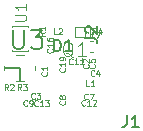
<source format=gbr>
G04 #@! TF.GenerationSoftware,KiCad,Pcbnew,(5.1.0)-1*
G04 #@! TF.CreationDate,2019-04-30T21:20:52-07:00*
G04 #@! TF.ProjectId,Miniscope-v4-PYTHON480,4d696e69-7363-46f7-9065-2d76342d5059,rev?*
G04 #@! TF.SameCoordinates,Original*
G04 #@! TF.FileFunction,Legend,Top*
G04 #@! TF.FilePolarity,Positive*
%FSLAX46Y46*%
G04 Gerber Fmt 4.6, Leading zero omitted, Abs format (unit mm)*
G04 Created by KiCad (PCBNEW (5.1.0)-1) date 2019-04-30 21:20:52*
%MOMM*%
%LPD*%
G04 APERTURE LIST*
%ADD10C,0.100000*%
%ADD11C,0.120000*%
%ADD12C,0.150000*%
%ADD13C,0.050000*%
%ADD14C,0.160000*%
%ADD15C,0.090000*%
G04 APERTURE END LIST*
D10*
X40656800Y-25092600D02*
G75*
G03X40656800Y-25092600I-50000J0D01*
G01*
D11*
X40543200Y-24652600D02*
X41843200Y-24652600D01*
X40543200Y-25532600D02*
X40543200Y-24652600D01*
X41843200Y-25532600D02*
X40543200Y-25532600D01*
X41843200Y-24652600D02*
X41843200Y-25532600D01*
D10*
X41804800Y-25831800D02*
X42054800Y-25831800D01*
X41804800Y-26791800D02*
X42054800Y-26791800D01*
X34554600Y-28270200D02*
X34554600Y-27960200D01*
X37214600Y-28270200D02*
X37214600Y-27960200D01*
X35529600Y-29195200D02*
X36239600Y-29195200D01*
X36239600Y-27035200D02*
X35529600Y-27035200D01*
D12*
X34609600Y-28115200D02*
X35884600Y-28115200D01*
X35884600Y-28115200D02*
X35884600Y-29165200D01*
D10*
X36610000Y-24656000D02*
X36610000Y-24546000D01*
X36610000Y-24546000D02*
X35210000Y-24546000D01*
X35210000Y-24546000D02*
X35210000Y-24656000D01*
X36610000Y-26596000D02*
X36610000Y-26706000D01*
X36610000Y-26706000D02*
X35210000Y-26706000D01*
X35210000Y-26706000D02*
X35210000Y-26596000D01*
D12*
X41435980Y-25583333D02*
X42150266Y-25583333D01*
X42293123Y-25630952D01*
X42388361Y-25726190D01*
X42435980Y-25869047D01*
X42435980Y-25964285D01*
X41531219Y-25154761D02*
X41483600Y-25107142D01*
X41435980Y-25011904D01*
X41435980Y-24773809D01*
X41483600Y-24678571D01*
X41531219Y-24630952D01*
X41626457Y-24583333D01*
X41721695Y-24583333D01*
X41864552Y-24630952D01*
X42435980Y-25202380D01*
X42435980Y-24583333D01*
D13*
X42379866Y-25217190D02*
X42213200Y-24979095D01*
X42094152Y-25217190D02*
X42094152Y-24717190D01*
X42284628Y-24717190D01*
X42332247Y-24741000D01*
X42356057Y-24764809D01*
X42379866Y-24812428D01*
X42379866Y-24883857D01*
X42356057Y-24931476D01*
X42332247Y-24955285D01*
X42284628Y-24979095D01*
X42094152Y-24979095D01*
X42808438Y-24883857D02*
X42808438Y-25217190D01*
X42689390Y-24693380D02*
X42570342Y-25050523D01*
X42879866Y-25050523D01*
X36029866Y-29992390D02*
X35863200Y-29754295D01*
X35744152Y-29992390D02*
X35744152Y-29492390D01*
X35934628Y-29492390D01*
X35982247Y-29516200D01*
X36006057Y-29540009D01*
X36029866Y-29587628D01*
X36029866Y-29659057D01*
X36006057Y-29706676D01*
X35982247Y-29730485D01*
X35934628Y-29754295D01*
X35744152Y-29754295D01*
X36196533Y-29492390D02*
X36506057Y-29492390D01*
X36339390Y-29682866D01*
X36410819Y-29682866D01*
X36458438Y-29706676D01*
X36482247Y-29730485D01*
X36506057Y-29778104D01*
X36506057Y-29897152D01*
X36482247Y-29944771D01*
X36458438Y-29968580D01*
X36410819Y-29992390D01*
X36267961Y-29992390D01*
X36220342Y-29968580D01*
X36196533Y-29944771D01*
X34886866Y-29992390D02*
X34720200Y-29754295D01*
X34601152Y-29992390D02*
X34601152Y-29492390D01*
X34791628Y-29492390D01*
X34839247Y-29516200D01*
X34863057Y-29540009D01*
X34886866Y-29587628D01*
X34886866Y-29659057D01*
X34863057Y-29706676D01*
X34839247Y-29730485D01*
X34791628Y-29754295D01*
X34601152Y-29754295D01*
X35077342Y-29540009D02*
X35101152Y-29516200D01*
X35148771Y-29492390D01*
X35267819Y-29492390D01*
X35315438Y-29516200D01*
X35339247Y-29540009D01*
X35363057Y-29587628D01*
X35363057Y-29635247D01*
X35339247Y-29706676D01*
X35053533Y-29992390D01*
X35363057Y-29992390D01*
X37990390Y-25085533D02*
X37752295Y-25252200D01*
X37990390Y-25371247D02*
X37490390Y-25371247D01*
X37490390Y-25180771D01*
X37514200Y-25133152D01*
X37538009Y-25109342D01*
X37585628Y-25085533D01*
X37657057Y-25085533D01*
X37704676Y-25109342D01*
X37728485Y-25133152D01*
X37752295Y-25180771D01*
X37752295Y-25371247D01*
X37990390Y-24609342D02*
X37990390Y-24895057D01*
X37990390Y-24752200D02*
X37490390Y-24752200D01*
X37561819Y-24799819D01*
X37609438Y-24847438D01*
X37633247Y-24895057D01*
D12*
X38778704Y-26714980D02*
X38778704Y-25714980D01*
X39016800Y-25714980D01*
X39159657Y-25762600D01*
X39254895Y-25857838D01*
X39302514Y-25953076D01*
X39350133Y-26143552D01*
X39350133Y-26286409D01*
X39302514Y-26476885D01*
X39254895Y-26572123D01*
X39159657Y-26667361D01*
X39016800Y-26714980D01*
X38778704Y-26714980D01*
X40302514Y-26714980D02*
X39731085Y-26714980D01*
X40016800Y-26714980D02*
X40016800Y-25714980D01*
X39921561Y-25857838D01*
X39826323Y-25953076D01*
X39731085Y-26000695D01*
D11*
X40403914Y-27224742D02*
X40289628Y-27167600D01*
X40175342Y-27053314D01*
X40003914Y-26881885D01*
X39889628Y-26824742D01*
X39775342Y-26824742D01*
X39832485Y-27110457D02*
X39718200Y-27053314D01*
X39603914Y-26939028D01*
X39546771Y-26710457D01*
X39546771Y-26310457D01*
X39603914Y-26081885D01*
X39718200Y-25967600D01*
X39832485Y-25910457D01*
X40061057Y-25910457D01*
X40175342Y-25967600D01*
X40289628Y-26081885D01*
X40346771Y-26310457D01*
X40346771Y-26710457D01*
X40289628Y-26939028D01*
X40175342Y-27053314D01*
X40061057Y-27110457D01*
X39832485Y-27110457D01*
X41489628Y-27110457D02*
X40803914Y-27110457D01*
X41146771Y-27110457D02*
X41146771Y-25910457D01*
X41032485Y-26081885D01*
X40918200Y-26196171D01*
X40803914Y-26253314D01*
D13*
X39687571Y-28135828D02*
X39711380Y-28159638D01*
X39735190Y-28231066D01*
X39735190Y-28278685D01*
X39711380Y-28350114D01*
X39663761Y-28397733D01*
X39616142Y-28421542D01*
X39520904Y-28445352D01*
X39449476Y-28445352D01*
X39354238Y-28421542D01*
X39306619Y-28397733D01*
X39259000Y-28350114D01*
X39235190Y-28278685D01*
X39235190Y-28231066D01*
X39259000Y-28159638D01*
X39282809Y-28135828D01*
X39735190Y-27659638D02*
X39735190Y-27945352D01*
X39735190Y-27802495D02*
X39235190Y-27802495D01*
X39306619Y-27850114D01*
X39354238Y-27897733D01*
X39378047Y-27945352D01*
X39735190Y-27421542D02*
X39735190Y-27326304D01*
X39711380Y-27278685D01*
X39687571Y-27254876D01*
X39616142Y-27207257D01*
X39520904Y-27183447D01*
X39330428Y-27183447D01*
X39282809Y-27207257D01*
X39259000Y-27231066D01*
X39235190Y-27278685D01*
X39235190Y-27373923D01*
X39259000Y-27421542D01*
X39282809Y-27445352D01*
X39330428Y-27469161D01*
X39449476Y-27469161D01*
X39497095Y-27445352D01*
X39520904Y-27421542D01*
X39544714Y-27373923D01*
X39544714Y-27278685D01*
X39520904Y-27231066D01*
X39497095Y-27207257D01*
X39449476Y-27183447D01*
X37409571Y-31294971D02*
X37385761Y-31318780D01*
X37314333Y-31342590D01*
X37266714Y-31342590D01*
X37195285Y-31318780D01*
X37147666Y-31271161D01*
X37123857Y-31223542D01*
X37100047Y-31128304D01*
X37100047Y-31056876D01*
X37123857Y-30961638D01*
X37147666Y-30914019D01*
X37195285Y-30866400D01*
X37266714Y-30842590D01*
X37314333Y-30842590D01*
X37385761Y-30866400D01*
X37409571Y-30890209D01*
X37885761Y-31342590D02*
X37600047Y-31342590D01*
X37742904Y-31342590D02*
X37742904Y-30842590D01*
X37695285Y-30914019D01*
X37647666Y-30961638D01*
X37600047Y-30985447D01*
X38052428Y-30842590D02*
X38361952Y-30842590D01*
X38195285Y-31033066D01*
X38266714Y-31033066D01*
X38314333Y-31056876D01*
X38338142Y-31080685D01*
X38361952Y-31128304D01*
X38361952Y-31247352D01*
X38338142Y-31294971D01*
X38314333Y-31318780D01*
X38266714Y-31342590D01*
X38123857Y-31342590D01*
X38076238Y-31318780D01*
X38052428Y-31294971D01*
X41668771Y-27821533D02*
X41692580Y-27845342D01*
X41716390Y-27916771D01*
X41716390Y-27964390D01*
X41692580Y-28035819D01*
X41644961Y-28083438D01*
X41597342Y-28107247D01*
X41502104Y-28131057D01*
X41430676Y-28131057D01*
X41335438Y-28107247D01*
X41287819Y-28083438D01*
X41240200Y-28035819D01*
X41216390Y-27964390D01*
X41216390Y-27916771D01*
X41240200Y-27845342D01*
X41264009Y-27821533D01*
X41264009Y-27631057D02*
X41240200Y-27607247D01*
X41216390Y-27559628D01*
X41216390Y-27440580D01*
X41240200Y-27392961D01*
X41264009Y-27369152D01*
X41311628Y-27345342D01*
X41359247Y-27345342D01*
X41430676Y-27369152D01*
X41716390Y-27654866D01*
X41716390Y-27345342D01*
X37165066Y-30685371D02*
X37141257Y-30709180D01*
X37069828Y-30732990D01*
X37022209Y-30732990D01*
X36950780Y-30709180D01*
X36903161Y-30661561D01*
X36879352Y-30613942D01*
X36855542Y-30518704D01*
X36855542Y-30447276D01*
X36879352Y-30352038D01*
X36903161Y-30304419D01*
X36950780Y-30256800D01*
X37022209Y-30232990D01*
X37069828Y-30232990D01*
X37141257Y-30256800D01*
X37165066Y-30280609D01*
X37331733Y-30232990D02*
X37641257Y-30232990D01*
X37474590Y-30423466D01*
X37546019Y-30423466D01*
X37593638Y-30447276D01*
X37617447Y-30471085D01*
X37641257Y-30518704D01*
X37641257Y-30637752D01*
X37617447Y-30685371D01*
X37593638Y-30709180D01*
X37546019Y-30732990D01*
X37403161Y-30732990D01*
X37355542Y-30709180D01*
X37331733Y-30685371D01*
X42194266Y-28754971D02*
X42170457Y-28778780D01*
X42099028Y-28802590D01*
X42051409Y-28802590D01*
X41979980Y-28778780D01*
X41932361Y-28731161D01*
X41908552Y-28683542D01*
X41884742Y-28588304D01*
X41884742Y-28516876D01*
X41908552Y-28421638D01*
X41932361Y-28374019D01*
X41979980Y-28326400D01*
X42051409Y-28302590D01*
X42099028Y-28302590D01*
X42170457Y-28326400D01*
X42194266Y-28350209D01*
X42622838Y-28469257D02*
X42622838Y-28802590D01*
X42503790Y-28278780D02*
X42384742Y-28635923D01*
X42694266Y-28635923D01*
X41635466Y-30736171D02*
X41611657Y-30759980D01*
X41540228Y-30783790D01*
X41492609Y-30783790D01*
X41421180Y-30759980D01*
X41373561Y-30712361D01*
X41349752Y-30664742D01*
X41325942Y-30569504D01*
X41325942Y-30498076D01*
X41349752Y-30402838D01*
X41373561Y-30355219D01*
X41421180Y-30307600D01*
X41492609Y-30283790D01*
X41540228Y-30283790D01*
X41611657Y-30307600D01*
X41635466Y-30331409D01*
X41802133Y-30283790D02*
X42135466Y-30283790D01*
X41921180Y-30783790D01*
X39687571Y-30920333D02*
X39711380Y-30944142D01*
X39735190Y-31015571D01*
X39735190Y-31063190D01*
X39711380Y-31134619D01*
X39663761Y-31182238D01*
X39616142Y-31206047D01*
X39520904Y-31229857D01*
X39449476Y-31229857D01*
X39354238Y-31206047D01*
X39306619Y-31182238D01*
X39259000Y-31134619D01*
X39235190Y-31063190D01*
X39235190Y-31015571D01*
X39259000Y-30944142D01*
X39282809Y-30920333D01*
X39449476Y-30634619D02*
X39425666Y-30682238D01*
X39401857Y-30706047D01*
X39354238Y-30729857D01*
X39330428Y-30729857D01*
X39282809Y-30706047D01*
X39259000Y-30682238D01*
X39235190Y-30634619D01*
X39235190Y-30539380D01*
X39259000Y-30491761D01*
X39282809Y-30467952D01*
X39330428Y-30444142D01*
X39354238Y-30444142D01*
X39401857Y-30467952D01*
X39425666Y-30491761D01*
X39449476Y-30539380D01*
X39449476Y-30634619D01*
X39473285Y-30682238D01*
X39497095Y-30706047D01*
X39544714Y-30729857D01*
X39639952Y-30729857D01*
X39687571Y-30706047D01*
X39711380Y-30682238D01*
X39735190Y-30634619D01*
X39735190Y-30539380D01*
X39711380Y-30491761D01*
X39687571Y-30467952D01*
X39639952Y-30444142D01*
X39544714Y-30444142D01*
X39497095Y-30467952D01*
X39473285Y-30491761D01*
X39449476Y-30539380D01*
X36512466Y-31282971D02*
X36488657Y-31306780D01*
X36417228Y-31330590D01*
X36369609Y-31330590D01*
X36298180Y-31306780D01*
X36250561Y-31259161D01*
X36226752Y-31211542D01*
X36202942Y-31116304D01*
X36202942Y-31044876D01*
X36226752Y-30949638D01*
X36250561Y-30902019D01*
X36298180Y-30854400D01*
X36369609Y-30830590D01*
X36417228Y-30830590D01*
X36488657Y-30854400D01*
X36512466Y-30878209D01*
X36750561Y-31330590D02*
X36845800Y-31330590D01*
X36893419Y-31306780D01*
X36917228Y-31282971D01*
X36964847Y-31211542D01*
X36988657Y-31116304D01*
X36988657Y-30925828D01*
X36964847Y-30878209D01*
X36941038Y-30854400D01*
X36893419Y-30830590D01*
X36798180Y-30830590D01*
X36750561Y-30854400D01*
X36726752Y-30878209D01*
X36702942Y-30925828D01*
X36702942Y-31044876D01*
X36726752Y-31092495D01*
X36750561Y-31116304D01*
X36798180Y-31140114D01*
X36893419Y-31140114D01*
X36941038Y-31116304D01*
X36964847Y-31092495D01*
X36988657Y-31044876D01*
X40355971Y-27764371D02*
X40332161Y-27788180D01*
X40260733Y-27811990D01*
X40213114Y-27811990D01*
X40141685Y-27788180D01*
X40094066Y-27740561D01*
X40070257Y-27692942D01*
X40046447Y-27597704D01*
X40046447Y-27526276D01*
X40070257Y-27431038D01*
X40094066Y-27383419D01*
X40141685Y-27335800D01*
X40213114Y-27311990D01*
X40260733Y-27311990D01*
X40332161Y-27335800D01*
X40355971Y-27359609D01*
X40832161Y-27811990D02*
X40546447Y-27811990D01*
X40689304Y-27811990D02*
X40689304Y-27311990D01*
X40641685Y-27383419D01*
X40594066Y-27431038D01*
X40546447Y-27454847D01*
X41308352Y-27811990D02*
X41022638Y-27811990D01*
X41165495Y-27811990D02*
X41165495Y-27311990D01*
X41117876Y-27383419D01*
X41070257Y-27431038D01*
X41022638Y-27454847D01*
X41422771Y-31269571D02*
X41398961Y-31293380D01*
X41327533Y-31317190D01*
X41279914Y-31317190D01*
X41208485Y-31293380D01*
X41160866Y-31245761D01*
X41137057Y-31198142D01*
X41113247Y-31102904D01*
X41113247Y-31031476D01*
X41137057Y-30936238D01*
X41160866Y-30888619D01*
X41208485Y-30841000D01*
X41279914Y-30817190D01*
X41327533Y-30817190D01*
X41398961Y-30841000D01*
X41422771Y-30864809D01*
X41898961Y-31317190D02*
X41613247Y-31317190D01*
X41756104Y-31317190D02*
X41756104Y-30817190D01*
X41708485Y-30888619D01*
X41660866Y-30936238D01*
X41613247Y-30960047D01*
X42089438Y-30864809D02*
X42113247Y-30841000D01*
X42160866Y-30817190D01*
X42279914Y-30817190D01*
X42327533Y-30841000D01*
X42351342Y-30864809D01*
X42375152Y-30912428D01*
X42375152Y-30960047D01*
X42351342Y-31031476D01*
X42065628Y-31317190D01*
X42375152Y-31317190D01*
X38171371Y-28469933D02*
X38195180Y-28493742D01*
X38218990Y-28565171D01*
X38218990Y-28612790D01*
X38195180Y-28684219D01*
X38147561Y-28731838D01*
X38099942Y-28755647D01*
X38004704Y-28779457D01*
X37933276Y-28779457D01*
X37838038Y-28755647D01*
X37790419Y-28731838D01*
X37742800Y-28684219D01*
X37718990Y-28612790D01*
X37718990Y-28565171D01*
X37742800Y-28493742D01*
X37766609Y-28469933D01*
X38218990Y-27993742D02*
X38218990Y-28279457D01*
X38218990Y-28136600D02*
X37718990Y-28136600D01*
X37790419Y-28184219D01*
X37838038Y-28231838D01*
X37861847Y-28279457D01*
X38642771Y-26509428D02*
X38666580Y-26533238D01*
X38690390Y-26604666D01*
X38690390Y-26652285D01*
X38666580Y-26723714D01*
X38618961Y-26771333D01*
X38571342Y-26795142D01*
X38476104Y-26818952D01*
X38404676Y-26818952D01*
X38309438Y-26795142D01*
X38261819Y-26771333D01*
X38214200Y-26723714D01*
X38190390Y-26652285D01*
X38190390Y-26604666D01*
X38214200Y-26533238D01*
X38238009Y-26509428D01*
X38690390Y-26033238D02*
X38690390Y-26318952D01*
X38690390Y-26176095D02*
X38190390Y-26176095D01*
X38261819Y-26223714D01*
X38309438Y-26271333D01*
X38333247Y-26318952D01*
X38190390Y-25604666D02*
X38190390Y-25699904D01*
X38214200Y-25747523D01*
X38238009Y-25771333D01*
X38309438Y-25818952D01*
X38404676Y-25842761D01*
X38595152Y-25842761D01*
X38642771Y-25818952D01*
X38666580Y-25795142D01*
X38690390Y-25747523D01*
X38690390Y-25652285D01*
X38666580Y-25604666D01*
X38642771Y-25580857D01*
X38595152Y-25557047D01*
X38476104Y-25557047D01*
X38428485Y-25580857D01*
X38404676Y-25604666D01*
X38380866Y-25652285D01*
X38380866Y-25747523D01*
X38404676Y-25795142D01*
X38428485Y-25818952D01*
X38476104Y-25842761D01*
X42202171Y-27821533D02*
X42225980Y-27845342D01*
X42249790Y-27916771D01*
X42249790Y-27964390D01*
X42225980Y-28035819D01*
X42178361Y-28083438D01*
X42130742Y-28107247D01*
X42035504Y-28131057D01*
X41964076Y-28131057D01*
X41868838Y-28107247D01*
X41821219Y-28083438D01*
X41773600Y-28035819D01*
X41749790Y-27964390D01*
X41749790Y-27916771D01*
X41773600Y-27845342D01*
X41797409Y-27821533D01*
X41749790Y-27369152D02*
X41749790Y-27607247D01*
X41987885Y-27631057D01*
X41964076Y-27607247D01*
X41940266Y-27559628D01*
X41940266Y-27440580D01*
X41964076Y-27392961D01*
X41987885Y-27369152D01*
X42035504Y-27345342D01*
X42154552Y-27345342D01*
X42202171Y-27369152D01*
X42225980Y-27392961D01*
X42249790Y-27440580D01*
X42249790Y-27559628D01*
X42225980Y-27607247D01*
X42202171Y-27631057D01*
X41708371Y-25540371D02*
X41684561Y-25564180D01*
X41613133Y-25587990D01*
X41565514Y-25587990D01*
X41494085Y-25564180D01*
X41446466Y-25516561D01*
X41422657Y-25468942D01*
X41398847Y-25373704D01*
X41398847Y-25302276D01*
X41422657Y-25207038D01*
X41446466Y-25159419D01*
X41494085Y-25111800D01*
X41565514Y-25087990D01*
X41613133Y-25087990D01*
X41684561Y-25111800D01*
X41708371Y-25135609D01*
X42184561Y-25587990D02*
X41898847Y-25587990D01*
X42041704Y-25587990D02*
X42041704Y-25087990D01*
X41994085Y-25159419D01*
X41946466Y-25207038D01*
X41898847Y-25230847D01*
X42351228Y-25087990D02*
X42684561Y-25087990D01*
X42470276Y-25587990D01*
D12*
X44966666Y-32113980D02*
X44966666Y-32828266D01*
X44919047Y-32971123D01*
X44823809Y-33066361D01*
X44680952Y-33113980D01*
X44585714Y-33113980D01*
X45966666Y-33113980D02*
X45395238Y-33113980D01*
X45680952Y-33113980D02*
X45680952Y-32113980D01*
X45585714Y-32256838D01*
X45490476Y-32352076D01*
X45395238Y-32399695D01*
D13*
X41766933Y-29671238D02*
X41519314Y-29671238D01*
X41519314Y-29151238D01*
X42212647Y-29671238D02*
X41915504Y-29671238D01*
X42064076Y-29671238D02*
X42064076Y-29151238D01*
X42014552Y-29225523D01*
X41965028Y-29275047D01*
X41915504Y-29299809D01*
X39028533Y-25272438D02*
X38780914Y-25272438D01*
X38780914Y-24752438D01*
X39177104Y-24801961D02*
X39201866Y-24777200D01*
X39251390Y-24752438D01*
X39375200Y-24752438D01*
X39424723Y-24777200D01*
X39449485Y-24801961D01*
X39474247Y-24851485D01*
X39474247Y-24901009D01*
X39449485Y-24975295D01*
X39152342Y-25272438D01*
X39474247Y-25272438D01*
D14*
X35338409Y-24930438D02*
X35338409Y-26201390D01*
X35413171Y-26350914D01*
X35487933Y-26425676D01*
X35637457Y-26500438D01*
X35936504Y-26500438D01*
X36086028Y-26425676D01*
X36160790Y-26350914D01*
X36235552Y-26201390D01*
X36235552Y-24930438D01*
X36833647Y-24930438D02*
X37805552Y-24930438D01*
X37282219Y-25528533D01*
X37506504Y-25528533D01*
X37656028Y-25603295D01*
X37730790Y-25678057D01*
X37805552Y-25827580D01*
X37805552Y-26201390D01*
X37730790Y-26350914D01*
X37656028Y-26425676D01*
X37506504Y-26500438D01*
X37057933Y-26500438D01*
X36908409Y-26425676D01*
X36833647Y-26350914D01*
D15*
X35506190Y-24126952D02*
X36250952Y-24126952D01*
X36338571Y-24083142D01*
X36382380Y-24039333D01*
X36426190Y-23951714D01*
X36426190Y-23776476D01*
X36382380Y-23688857D01*
X36338571Y-23645047D01*
X36250952Y-23601238D01*
X35506190Y-23601238D01*
X36426190Y-22681238D02*
X36426190Y-23206952D01*
X36426190Y-22944095D02*
X35506190Y-22944095D01*
X35637619Y-23031714D01*
X35725238Y-23119333D01*
X35769047Y-23206952D01*
M02*

</source>
